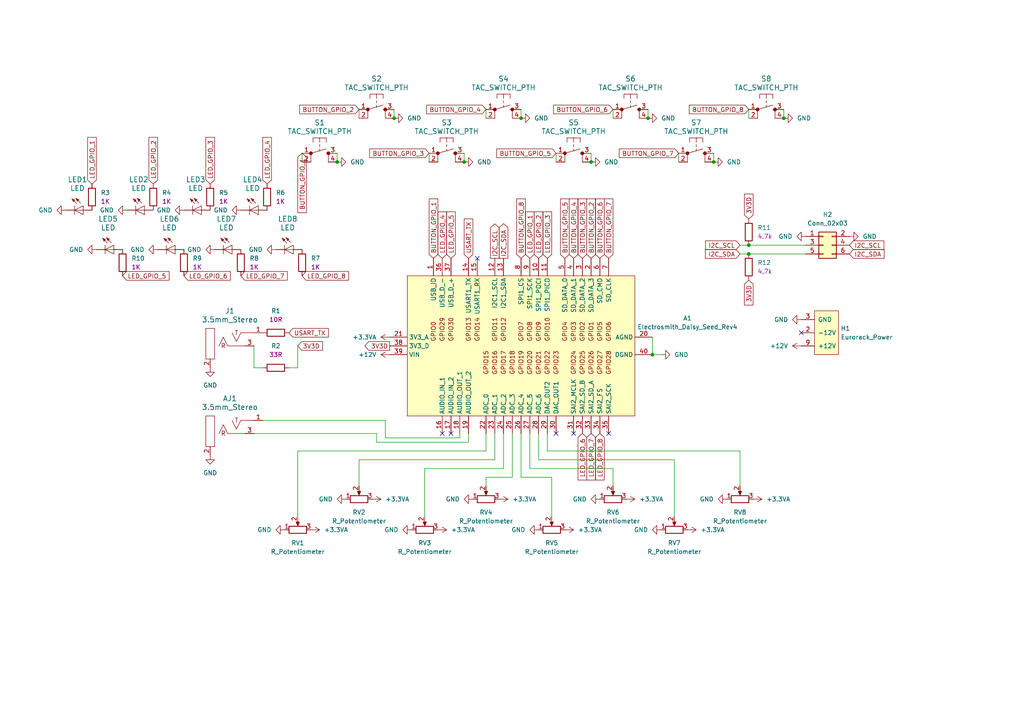
<source format=kicad_sch>
(kicad_sch (version 20230121) (generator eeschema)
  (paper "A4")
  (lib_symbols
    (symbol "Device:R_Potentiometer" (pin_names (offset 1.016) hide)
      (property "Reference" "RV" (at -4.445 0 90))
      (property "Value" "R_Potentiometer" (at -2.54 0 90))
      (symbol "R_Potentiometer_0_1"
        (polyline (pts (xy 2.54 0) (xy 1.524 0)))
        (polyline (pts (xy 1.143 0) (xy 2.286 0.508) (xy 2.286 -0.508) (xy 1.143 0)) (fill (type outline)))
        (rectangle (start 1.016 2.54) (end -1.016 -2.54) (stroke (width 0.254)))
      )
      (symbol "R_Potentiometer_1_1"
        (pin passive line (at 0 3.81 270) (length 1.27) (name "1") (number "1"))
        (pin passive line (at 3.81 0 180) (length 1.27) (name "2") (number "2"))
        (pin passive line (at 0 -3.81 90) (length 1.27) (name "3") (number "3"))
      )
    )
    (symbol "ES_Daisy_Patch_SM_FB_Rev1-eagle-import:LED" (pin_names (offset 1.016))
      (property "Reference" "LED" (at 3.556 -4.572 90))
      (property "Value" "LED" (at 5.715 -4.572 90))
      (symbol "LED_1_0"
        (polyline (pts (xy -2.032 -0.762) (xy -3.429 -2.159)))
        (polyline (pts (xy -1.905 -1.905) (xy -3.302 -3.302)))
        (polyline (pts (xy 0 -2.54) (xy -1.27 -2.54)))
        (polyline (pts (xy 0 -2.54) (xy -1.27 0)))
        (polyline (pts (xy 0 0) (xy -1.27 0)))
        (polyline (pts (xy 0 0) (xy 0 -2.54)))
        (polyline (pts (xy 1.27 -2.54) (xy 0 -2.54)))
        (polyline (pts (xy 1.27 0) (xy 0 -2.54)))
        (polyline (pts (xy 1.27 0) (xy 0 0)))
        (polyline (pts (xy -3.429 -2.159) (xy -3.048 -1.27) (xy -2.54 -1.778)) (fill (type outline)))
        (polyline (pts (xy -3.302 -3.302) (xy -2.921 -2.413) (xy -2.413 -2.921)) (fill (type outline)))
        (pin passive line (at 0 2.54 270) (length 2.54) (name "A") (number "A"))
        (pin passive line (at 0 -5.08 90) (length 2.54) (name "C") (number "K"))
      )
    )
    (symbol "ES_Daisy_Patch_SM_FB_Rev1-eagle-import:TAC_SWITCH_PTH" (pin_names (offset 1.016))
      (property "Reference" "S" (at -2.54 6.35 0))
      (property "Value" "TAC_SWITCH_PTH" (at -2.54 -6.35 0))
      (symbol "TAC_SWITCH_PTH_1_0"
        (circle (center -2.54 0) (radius 0.127) (stroke (width 0.4064)))
        (polyline (pts (xy -2.54 -2.54) (xy -2.54 0)))
        (polyline (pts (xy -2.54 0) (xy 1.905 1.27)))
        (polyline (pts (xy -1.905 4.445) (xy -1.905 3.175)))
        (polyline (pts (xy 0 1.27) (xy 0 0.635)))
        (polyline (pts (xy 0 2.54) (xy 0 1.905)))
        (polyline (pts (xy 0 4.445) (xy -1.905 4.445)))
        (polyline (pts (xy 0 4.445) (xy 0 3.175)))
        (polyline (pts (xy 1.905 0) (xy 2.54 0)))
        (polyline (pts (xy 1.905 4.445) (xy 0 4.445)))
        (polyline (pts (xy 1.905 4.445) (xy 1.905 3.175)))
        (polyline (pts (xy 2.54 -2.54) (xy 2.54 0)))
        (circle (center 2.54 0) (radius 0.127) (stroke (width 0.4064)))
        (pin passive line (at -5.08 0 0) (length 2.54) (name "1") (number "1"))
        (pin passive line (at -5.08 -2.54 0) (length 2.54) (name "2") (number "2"))
        (pin passive line (at 5.08 0 180) (length 2.54) (name "3") (number "3"))
        (pin passive line (at 5.08 -2.54 180) (length 2.54) (name "4") (number "4"))
      )
    )
    (symbol "MCU_Module:Electrosmith_Daisy_Seed_Rev4"
      (property "Reference" "A" (at -20.32 34.29 0))
      (property "Value" "Electrosmith_Daisy_Seed_Rev4" (at 33.02 34.29 0))
      (symbol "Electrosmith_Daisy_Seed_Rev4_0_0"
        (text "GPIO0" (at 1.27 25.4 0) (effects (font (size 1.27 1.27)) (justify left)))
        (text "GPIO1" (at 1.27 -20.32 0) (effects (font (size 1.27 1.27)) (justify left)))
        (text "GPIO10" (at 1.27 -7.62 0) (effects (font (size 1.27 1.27)) (justify left)))
        (text "GPIO11" (at 1.27 7.62 0) (effects (font (size 1.27 1.27)) (justify left)))
        (text "GPIO12" (at 1.27 5.08 0) (effects (font (size 1.27 1.27)) (justify left)))
        (text "GPIO13" (at 1.27 15.24 0) (effects (font (size 1.27 1.27)) (justify left)))
        (text "GPIO14" (at 1.27 12.7 0) (effects (font (size 1.27 1.27)) (justify left)))
        (text "GPIO15" (at -1.27 10.16 0) (effects (font (size 1.27 1.27)) (justify right)))
        (text "GPIO16" (at -1.27 7.62 0) (effects (font (size 1.27 1.27)) (justify right)))
        (text "GPIO17" (at -1.27 5.08 0) (effects (font (size 1.27 1.27)) (justify right)))
        (text "GPIO18" (at -1.27 2.54 0) (effects (font (size 1.27 1.27)) (justify right)))
        (text "GPIO19" (at -1.27 0 0) (effects (font (size 1.27 1.27)) (justify right)))
        (text "GPIO2" (at 1.27 -17.78 0) (effects (font (size 1.27 1.27)) (justify left)))
        (text "GPIO20" (at -1.27 -2.54 0) (effects (font (size 1.27 1.27)) (justify right)))
        (text "GPIO21" (at -1.27 -5.08 0) (effects (font (size 1.27 1.27)) (justify right)))
        (text "GPIO22" (at -1.27 -7.62 0) (effects (font (size 1.27 1.27)) (justify right)))
        (text "GPIO23" (at -1.27 -10.16 0) (effects (font (size 1.27 1.27)) (justify right)))
        (text "GPIO24" (at -1.27 -15.24 0) (effects (font (size 1.27 1.27)) (justify right)))
        (text "GPIO25" (at -1.27 -17.78 0) (effects (font (size 1.27 1.27)) (justify right)))
        (text "GPIO26" (at -1.27 -20.32 0) (effects (font (size 1.27 1.27)) (justify right)))
        (text "GPIO27" (at -1.27 -22.86 0) (effects (font (size 1.27 1.27)) (justify right)))
        (text "GPIO28" (at -1.27 -25.4 0) (effects (font (size 1.27 1.27)) (justify right)))
        (text "GPIO29" (at 1.27 22.86 0) (effects (font (size 1.27 1.27)) (justify left)))
        (text "GPIO3" (at 1.27 -15.24 0) (effects (font (size 1.27 1.27)) (justify left)))
        (text "GPIO30" (at 1.27 20.32 0) (effects (font (size 1.27 1.27)) (justify left)))
        (text "GPIO4" (at 1.27 -12.7 0) (effects (font (size 1.27 1.27)) (justify left)))
        (text "GPIO5" (at 1.27 -22.86 0) (effects (font (size 1.27 1.27)) (justify left)))
        (text "GPIO6" (at 1.27 -25.4 0) (effects (font (size 1.27 1.27)) (justify left)))
        (text "GPIO7" (at 1.27 0 0) (effects (font (size 1.27 1.27)) (justify left)))
        (text "GPIO8" (at 1.27 -2.54 0) (effects (font (size 1.27 1.27)) (justify left)))
        (text "GPIO9" (at 1.27 -5.08 0) (effects (font (size 1.27 1.27)) (justify left)))
        (pin bidirectional line (at 25.4 25.4 180) (length 5.08) (name "USB_ID") (number "1"))
        (pin bidirectional line (at 25.4 -5.08 180) (length 5.08) (name "SPI1_POCI") (number "10"))
        (pin bidirectional line (at 25.4 -7.62 180) (length 5.08) (name "SPI1_PICO") (number "11"))
        (pin bidirectional line (at 25.4 7.62 180) (length 5.08) (name "I2C1_SCL") (number "12"))
        (pin bidirectional line (at 25.4 5.08 180) (length 5.08) (name "I2C1_SDA") (number "13"))
        (pin bidirectional line (at 25.4 15.24 180) (length 5.08) (name "USART1_TX") (number "14"))
        (pin bidirectional line (at 25.4 12.7 180) (length 5.08) (name "USART1_RX") (number "15"))
        (pin input line (at -25.4 22.86 0) (length 5.08) (name "AUDIO_IN_1") (number "16"))
        (pin input line (at -25.4 20.32 0) (length 5.08) (name "AUDIO_IN_2") (number "17"))
        (pin output line (at -25.4 17.78 0) (length 5.08) (name "AUDIO_OUT_1") (number "18"))
        (pin output line (at -25.4 15.24 0) (length 5.08) (name "AUDIO_OUT_2") (number "19"))
        (pin bidirectional line (at 25.4 -20.32 180) (length 5.08) (name "SD_DATA_3") (number "2"))
        (pin power_in line (at 2.54 -38.1 90) (length 5.08) (name "AGND") (number "20"))
        (pin power_out line (at 2.54 38.1 270) (length 5.08) (name "3V3_A") (number "21"))
        (pin bidirectional line (at -25.4 10.16 0) (length 5.08) (name "ADC_0") (number "22"))
        (pin bidirectional line (at -25.4 7.62 0) (length 5.08) (name "ADC_1") (number "23"))
        (pin bidirectional line (at -25.4 5.08 0) (length 5.08) (name "ADC_2") (number "24"))
        (pin bidirectional line (at -25.4 2.54 0) (length 5.08) (name "ADC_3") (number "25"))
        (pin bidirectional line (at -25.4 0 0) (length 5.08) (name "ADC_4") (number "26"))
        (pin bidirectional line (at -25.4 -2.54 0) (length 5.08) (name "ADC_5") (number "27"))
        (pin bidirectional line (at -25.4 -5.08 0) (length 5.08) (name "ADC_6") (number "28"))
        (pin bidirectional line (at -25.4 -7.62 0) (length 5.08) (name "DAC_OUT2") (number "29"))
        (pin bidirectional line (at 25.4 -17.78 180) (length 5.08) (name "SD_DATA_2") (number "3"))
        (pin bidirectional line (at -25.4 -10.16 0) (length 5.08) (name "DAC_OUT1") (number "30"))
        (pin bidirectional line (at -25.4 -15.24 0) (length 5.08) (name "SAI2_MCLK") (number "31"))
        (pin bidirectional line (at -25.4 -17.78 0) (length 5.08) (name "SAI2_SD_B") (number "32"))
        (pin bidirectional line (at -25.4 -20.32 0) (length 5.08) (name "SAI2_SD_A") (number "33"))
        (pin bidirectional line (at -25.4 -22.86 0) (length 5.08) (name "SAI2_FS") (number "34"))
        (pin bidirectional line (at -25.4 -25.4 0) (length 5.08) (name "SAI2_SCK") (number "35"))
        (pin bidirectional line (at 25.4 22.86 180) (length 5.08) (name "USB_D_-") (number "36"))
        (pin bidirectional line (at 25.4 20.32 180) (length 5.08) (name "USB_D_+") (number "37"))
        (pin power_out line (at 0 38.1 270) (length 5.08) (name "3V3_D") (number "38"))
        (pin power_in line (at -2.54 38.1 270) (length 5.08) (name "VIN") (number "39"))
        (pin bidirectional line (at 25.4 -15.24 180) (length 5.08) (name "SD_DATA_1") (number "4"))
        (pin power_in line (at -2.54 -38.1 90) (length 5.08) (name "DGND") (number "40"))
        (pin bidirectional line (at 25.4 -12.7 180) (length 5.08) (name "SD_DATA_0") (number "5"))
        (pin bidirectional line (at 25.4 -22.86 180) (length 5.08) (name "SD_CMD") (number "6"))
        (pin bidirectional line (at 25.4 -25.4 180) (length 5.08) (name "SD_CLK") (number "7"))
        (pin bidirectional line (at 25.4 0 180) (length 5.08) (name "SPI1_CS") (number "8"))
        (pin bidirectional line (at 25.4 -2.54 180) (length 5.08) (name "SPI1_SCK") (number "9"))
      )
      (symbol "Electrosmith_Daisy_Seed_Rev4_0_1"
        (rectangle (start -20.32 33.02) (end 20.32 -33.02) (fill (type background)))
      )
    )
    (symbol "PCM_4ms_Connector:Conn_02x03" (pin_names (offset 0.0254) hide)
      (property "Reference" "J" (at 0 5.08 0))
      (property "Value" "Conn_02x03" (at 0 7.62 0))
      (symbol "Conn_02x03_0_1"
        (rectangle (start -2.54 -2.413) (end -1.27 -2.667) (stroke (width 0.1524)))
        (rectangle (start -2.54 0.127) (end -1.27 -0.127) (stroke (width 0.1524)))
        (rectangle (start -2.54 2.667) (end -1.27 2.413) (stroke (width 0.1524)))
        (rectangle (start -2.54 3.81) (end 2.54 -3.81) (stroke (width 0.254)) (fill (type background)))
        (rectangle (start 1.27 -2.413) (end 2.54 -2.667) (stroke (width 0.1524)))
        (rectangle (start 1.27 0.127) (end 2.54 -0.127) (stroke (width 0.1524)))
        (rectangle (start 1.27 2.667) (end 2.54 2.413) (stroke (width 0.1524)))
      )
      (symbol "Conn_02x03_1_1"
        (pin passive line (at -6.35 2.54 0) (length 3.81) (name "+12V") (number "1"))
        (pin passive line (at 6.35 2.54 180) (length 3.81) (name "+12V") (number "2"))
        (pin passive line (at -6.35 0 0) (length 3.81) (name "GND") (number "3"))
        (pin passive line (at 6.35 0 180) (length 3.81) (name "GND") (number "4"))
        (pin passive line (at -6.35 -2.54 0) (length 3.81) (name "GND") (number "5"))
        (pin passive line (at 6.35 -2.54 180) (length 3.81) (name "GND") (number "6"))
      )
    )
    (symbol "PCM_4ms_Jack:3.5mm_Stereo" (pin_names (offset 0) hide)
      (property "Reference" "J" (at -6.35 -7.62 0))
      (property "Value" "3.5mm_Stereo" (at 6.35 6.604 0))
      (symbol "3.5mm_Stereo_0_0"
        (rectangle (start -6.35 5.08) (end -3.81 -3.81))
        (polyline (pts (xy 1.27 3.81) (xy 2.54 1.27) (xy 3.81 3.81) (xy 7.62 3.81)))
        (text "R" (at -1.27 0 0) (effects (font (size 1.27 1.27))))
        (text "T" (at 2.54 3.81 0) (effects (font (size 1.27 1.27))))
      )
      (symbol "3.5mm_Stereo_0_1"
        (polyline (pts (xy 5.08 0) (xy 0 0) (xy -1.27 2.54) (xy -2.54 0)))
      )
      (symbol "3.5mm_Stereo_1_1"
        (pin passive line (at 10.16 3.81 180) (length 2.54) (name "SIG") (number "1"))
        (pin passive line (at -5.08 -6.35 90) (length 2.54) (name "SHEILD") (number "2"))
        (pin passive line (at 7.62 0 180) (length 2.54) (name "SW") (number "3"))
      )
    )
    (symbol "PCM_4ms_Resistor:10R_0603" (pin_numbers hide) (pin_names (offset 0))
      (property "Reference" "R" (at 2.032 0 90))
      (property "Display" "10R" (at 3.81 0 90))
      (symbol "10R_0603_0_1"
        (rectangle (start -1.016 -2.54) (end 1.016 2.54) (stroke (width 0.254)))
      )
      (symbol "10R_0603_1_1"
        (pin passive line (at 0 3.81 270) (length 1.27) (name "~") (number "1"))
        (pin passive line (at 0 -3.81 90) (length 1.27) (name "~") (number "2"))
      )
    )
    (symbol "PCM_4ms_Resistor:1k_0603" (pin_numbers hide) (pin_names (offset 0))
      (property "Reference" "R" (at 2.032 0 90))
      (property "Display" "1k" (at 3.81 0 90))
      (symbol "1k_0603_0_1"
        (rectangle (start -1.016 -2.54) (end 1.016 2.54) (stroke (width 0.254)))
      )
      (symbol "1k_0603_1_1"
        (pin passive line (at 0 3.81 270) (length 1.27) (name "~") (number "1"))
        (pin passive line (at 0 -3.81 90) (length 1.27) (name "~") (number "2"))
      )
    )
    (symbol "PCM_4ms_Resistor:4.7k_0603" (pin_numbers hide) (pin_names (offset 0))
      (property "Reference" "R" (at 2.032 0 90))
      (property "Display" "4.7k" (at 3.81 0 90))
      (symbol "4.7k_0603_0_1"
        (rectangle (start -1.016 -2.54) (end 1.016 2.54) (stroke (width 0.254)))
      )
      (symbol "4.7k_0603_1_1"
        (pin passive line (at 0 3.81 270) (length 1.27) (name "~") (number "1"))
        (pin passive line (at 0 -3.81 90) (length 1.27) (name "~") (number "2"))
      )
    )
    (symbol "power:+12V" (power) (pin_names (offset 0))
      (property "Value" "+12V" (at 0 3.556 0))
      (symbol "+12V_0_1"
        (polyline (pts (xy -0.762 1.27) (xy 0 2.54)))
        (polyline (pts (xy 0 0) (xy 0 2.54)))
        (polyline (pts (xy 0 2.54) (xy 0.762 1.27)))
      )
      (symbol "+12V_1_1"
        (pin power_in line (at 0 0 90) (length 0) hide (name "+12V") (number "1"))
      )
    )
    (symbol "power:+3.3VA" (power) (pin_names (offset 0))
      (property "Value" "+3.3VA" (at 0 3.556 0))
      (symbol "+3.3VA_0_1"
        (polyline (pts (xy -0.762 1.27) (xy 0 2.54)))
        (polyline (pts (xy 0 0) (xy 0 2.54)))
        (polyline (pts (xy 0 2.54) (xy 0.762 1.27)))
      )
      (symbol "+3.3VA_1_1"
        (pin power_in line (at 0 0 90) (length 0) hide (name "+3.3VA") (number "1"))
      )
    )
    (symbol "power:GND" (power) (pin_names (offset 0))
      (property "Value" "GND" (at 0 -3.81 0))
      (symbol "GND_0_1"
        (polyline (pts (xy 0 0) (xy 0 -1.27) (xy 1.27 -1.27) (xy 0 -2.54) (xy -1.27 -1.27) (xy 0 -1.27)))
      )
      (symbol "GND_1_1"
        (pin power_in line (at 0 0 270) (length 0) hide (name "GND") (number "1"))
      )
    )
    (symbol "winterbloom:Eurorack_Power" (pin_names (offset 1.016))
      (property "Reference" "J" (at -0.635 7.62 0))
      (property "Value" "Eurorack_Power" (at 0 -7.62 0))
      (symbol "Eurorack_Power_0_1"
        (rectangle (start -3.175 6.35) (end 3.81 -6.35) (fill (type background)))
      )
      (symbol "Eurorack_Power_1_1"
        (pin power_out line (at 7.62 0 180) (length 3.81) hide (name "-12V") (number "1"))
        (pin passive line (at 7.62 3.81 180) (length 3.81) hide (name "+12V") (number "10"))
        (pin passive line (at 7.62 0 180) (length 3.81) (name "-12V") (number "2"))
        (pin power_out line (at 7.62 -3.81 180) (length 3.81) (name "GND") (number "3"))
        (pin passive line (at 7.62 -3.81 180) (length 3.81) hide (name "GND") (number "4"))
        (pin passive line (at 7.62 -3.81 180) (length 3.81) hide (name "GND") (number "5"))
        (pin passive line (at 7.62 -3.81 180) (length 3.81) hide (name "GND") (number "6"))
        (pin passive line (at 7.62 -3.81 180) (length 3.81) hide (name "GND") (number "7"))
        (pin passive line (at 7.62 -3.81 180) (length 3.81) hide (name "GND") (number "8"))
        (pin power_out line (at 7.62 3.81 180) (length 3.81) (name "+12V") (number "9"))
      )
    )
  )
  (junction (at 217.17 73.66))
  (junction (at 187.96 34.29))
  (junction (at 207.01 46.99))
  (junction (at 151.13 34.29))
  (junction (at 114.3 34.29))
  (junction (at 134.62 46.99))
  (junction (at 217.17 71.12))
  (junction (at 97.79 46.99))
  (junction (at 227.33 34.29))
  (junction (at 189.23 102.87))
  (junction (at 171.45 46.99))
  (no_connect (at 166.37 125.73))
  (no_connect (at 161.29 125.73))
  (no_connect (at 138.43 74.93))
  (no_connect (at 128.27 125.73))
  (no_connect (at 176.53 125.73))
  (no_connect (at 232.41 96.52))
  (no_connect (at 130.81 125.73))
  (wire (pts (xy 87.63 44.45) (xy 87.63 46.99)))
  (wire (pts (xy 158.75 130.81) (xy 158.75 125.73)))
  (wire (pts (xy 86.36 106.68) (xy 86.36 100.33)))
  (wire (pts (xy 143.51 133.35) (xy 143.51 125.73)))
  (wire (pts (xy 97.79 44.45) (xy 97.79 46.99)))
  (wire (pts (xy 133.35 127) (xy 133.35 125.73)))
  (wire (pts (xy 111.76 121.92) (xy 111.76 127)))
  (wire (pts (xy 214.63 140.97) (xy 214.63 130.81)))
  (wire (pts (xy 86.36 149.86) (xy 86.36 130.81)))
  (wire (pts (xy 146.05 135.89) (xy 146.05 125.73)))
  (wire (pts (xy 196.85 44.45) (xy 196.85 46.99)))
  (wire (pts (xy 214.63 130.81) (xy 158.75 130.81)))
  (wire (pts (xy 187.96 31.75) (xy 187.96 34.29)))
  (wire (pts (xy 123.19 135.89) (xy 146.05 135.89)))
  (wire (pts (xy 124.46 44.45) (xy 124.46 46.99)))
  (wire (pts (xy 177.8 31.75) (xy 177.8 34.29)))
  (wire (pts (xy 191.77 102.87) (xy 189.23 102.87)))
  (wire (pts (xy 161.29 44.45) (xy 161.29 46.99)))
  (wire (pts (xy 104.14 140.97) (xy 104.14 133.35)))
  (wire (pts (xy 227.33 31.75) (xy 227.33 34.29)))
  (wire (pts (xy 114.3 31.75) (xy 114.3 34.29)))
  (wire (pts (xy 140.97 130.81) (xy 140.97 125.73)))
  (wire (pts (xy 160.02 149.86) (xy 160.02 138.43)))
  (wire (pts (xy 195.58 149.86) (xy 195.58 133.35)))
  (wire (pts (xy 111.76 127) (xy 133.35 127)))
  (wire (pts (xy 171.45 44.45) (xy 171.45 46.99)))
  (wire (pts (xy 76.2 121.92) (xy 111.76 121.92)))
  (wire (pts (xy 123.19 149.86) (xy 123.19 135.89)))
  (wire (pts (xy 76.2 106.68) (xy 73.66 106.68)))
  (wire (pts (xy 217.17 73.66) (xy 233.68 73.66)))
  (wire (pts (xy 160.02 138.43) (xy 151.13 138.43)))
  (wire (pts (xy 109.22 125.73) (xy 109.22 128.27)))
  (wire (pts (xy 140.97 31.75) (xy 140.97 34.29)))
  (wire (pts (xy 73.66 106.68) (xy 73.66 100.33)))
  (wire (pts (xy 177.8 140.97) (xy 177.8 135.89)))
  (wire (pts (xy 189.23 97.79) (xy 189.23 102.87)))
  (wire (pts (xy 153.67 135.89) (xy 153.67 125.73)))
  (wire (pts (xy 214.63 73.66) (xy 217.17 73.66)))
  (wire (pts (xy 86.36 130.81) (xy 140.97 130.81)))
  (wire (pts (xy 73.66 125.73) (xy 109.22 125.73)))
  (wire (pts (xy 151.13 31.75) (xy 151.13 34.29)))
  (wire (pts (xy 177.8 135.89) (xy 153.67 135.89)))
  (wire (pts (xy 156.21 133.35) (xy 156.21 125.73)))
  (wire (pts (xy 135.89 125.73) (xy 135.89 128.27)))
  (wire (pts (xy 217.17 31.75) (xy 217.17 34.29)))
  (wire (pts (xy 109.22 128.27) (xy 135.89 128.27)))
  (wire (pts (xy 104.14 31.75) (xy 104.14 34.29)))
  (wire (pts (xy 148.59 138.43) (xy 148.59 125.73)))
  (wire (pts (xy 195.58 133.35) (xy 156.21 133.35)))
  (wire (pts (xy 140.97 140.97) (xy 140.97 138.43)))
  (wire (pts (xy 134.62 44.45) (xy 134.62 46.99)))
  (wire (pts (xy 217.17 71.12) (xy 233.68 71.12)))
  (wire (pts (xy 207.01 44.45) (xy 207.01 46.99)))
  (wire (pts (xy 151.13 138.43) (xy 151.13 125.73)))
  (wire (pts (xy 140.97 138.43) (xy 148.59 138.43)))
  (wire (pts (xy 104.14 133.35) (xy 143.51 133.35)))
  (wire (pts (xy 214.63 71.12) (xy 217.17 71.12)))
  (wire (pts (xy 83.82 106.68) (xy 86.36 106.68)))
  (global_label "BUTTON_GPIO_7" (shape input) (at 196.85 44.45 180) (property "Intersheetrefs" "${INTERSHEET_REFS}" (effects hide)))
  (global_label "BUTTON_GPIO_1" (shape input) (at 125.73 74.93 90) (property "Intersheetrefs" "${INTERSHEET_REFS}" (effects hide)))
  (global_label "I2C_SDA" (shape output) (at 146.05 74.93 90) (property "Intersheetrefs" "${INTERSHEET_REFS}" (effects hide)))
  (global_label "LED_GPIO_4" (shape input) (at 128.27 74.93 90) (property "Intersheetrefs" "${INTERSHEET_REFS}" (effects hide)))
  (global_label "LED_GPIO_6" (shape input) (at 53.34 80.01 0) (property "Intersheetrefs" "${INTERSHEET_REFS}" (effects hide)))
  (global_label "BUTTON_GPIO_1" (shape input) (at 87.63 44.45 270) (property "Intersheetrefs" "${INTERSHEET_REFS}" (effects hide)))
  (global_label "I2C_SCL" (shape input) (at 214.63 71.12 180) (property "Intersheetrefs" "${INTERSHEET_REFS}" (effects hide)))
  (global_label "BUTTON_GPIO_6" (shape input) (at 173.99 74.93 90) (property "Intersheetrefs" "${INTERSHEET_REFS}" (effects hide)))
  (global_label "BUTTON_GPIO_5" (shape input) (at 163.83 74.93 90) (property "Intersheetrefs" "${INTERSHEET_REFS}" (effects hide)))
  (global_label "LED_GPIO_4" (shape input) (at 77.47 53.34 90) (property "Intersheetrefs" "${INTERSHEET_REFS}" (effects hide)))
  (global_label "LED_GPIO_5" (shape input) (at 35.56 80.01 0) (property "Intersheetrefs" "${INTERSHEET_REFS}" (effects hide)))
  (global_label "LED_GPIO_1" (shape input) (at 26.67 53.34 90) (property "Intersheetrefs" "${INTERSHEET_REFS}" (effects hide)))
  (global_label "BUTTON_GPIO_6" (shape input) (at 177.8 31.75 180) (property "Intersheetrefs" "${INTERSHEET_REFS}" (effects hide)))
  (global_label "I2C_SCL" (shape output) (at 143.51 74.93 90) (property "Intersheetrefs" "${INTERSHEET_REFS}" (effects hide)))
  (global_label "BUTTON_GPIO_2" (shape input) (at 171.45 74.93 90) (property "Intersheetrefs" "${INTERSHEET_REFS}" (effects hide)))
  (global_label "LED_GPIO_3" (shape input) (at 158.75 74.93 90) (property "Intersheetrefs" "${INTERSHEET_REFS}" (effects hide)))
  (global_label "LED_GPIO_2" (shape input) (at 156.21 74.93 90) (property "Intersheetrefs" "${INTERSHEET_REFS}" (effects hide)))
  (global_label "BUTTON_GPIO_2" (shape input) (at 104.14 31.75 180) (property "Intersheetrefs" "${INTERSHEET_REFS}" (effects hide)))
  (global_label "3V3D" (shape output) (at 113.03 100.33 180) (property "Intersheetrefs" "${INTERSHEET_REFS}" (effects hide)))
  (global_label "I2C_SDA" (shape input) (at 246.38 73.66 0) (property "Intersheetrefs" "${INTERSHEET_REFS}" (effects hide)))
  (global_label "LED_GPIO_8" (shape input) (at 87.63 80.01 0) (property "Intersheetrefs" "${INTERSHEET_REFS}" (effects hide)))
  (global_label "BUTTON_GPIO_3" (shape input) (at 168.91 74.93 90) (property "Intersheetrefs" "${INTERSHEET_REFS}" (effects hide)))
  (global_label "BUTTON_GPIO_8" (shape input) (at 217.17 31.75 180) (property "Intersheetrefs" "${INTERSHEET_REFS}" (effects hide)))
  (global_label "BUTTON_GPIO_7" (shape input) (at 176.53 74.93 90) (property "Intersheetrefs" "${INTERSHEET_REFS}" (effects hide)))
  (global_label "LED_GPIO_8" (shape input) (at 173.99 125.73 270) (property "Intersheetrefs" "${INTERSHEET_REFS}" (effects hide)))
  (global_label "LED_GPIO_7" (shape input) (at 171.45 125.73 270) (property "Intersheetrefs" "${INTERSHEET_REFS}" (effects hide)))
  (global_label "LED_GPIO_7" (shape input) (at 69.85 80.01 0) (property "Intersheetrefs" "${INTERSHEET_REFS}" (effects hide)))
  (global_label "USART_TX" (shape input) (at 83.82 96.52 0) (property "Intersheetrefs" "${INTERSHEET_REFS}" (effects hide)))
  (global_label "3V3D" (shape input) (at 217.17 81.28 270) (property "Intersheetrefs" "${INTERSHEET_REFS}" (effects hide)))
  (global_label "USART_TX" (shape input) (at 135.89 74.93 90) (property "Intersheetrefs" "${INTERSHEET_REFS}" (effects hide)))
  (global_label "I2C_SCL" (shape input) (at 246.38 71.12 0) (property "Intersheetrefs" "${INTERSHEET_REFS}" (effects hide)))
  (global_label "3V3D" (shape input) (at 86.36 100.33 0) (property "Intersheetrefs" "${INTERSHEET_REFS}" (effects hide)))
  (global_label "BUTTON_GPIO_4" (shape input) (at 166.37 74.93 90) (property "Intersheetrefs" "${INTERSHEET_REFS}" (effects hide)))
  (global_label "3V3D" (shape input) (at 217.17 63.5 90) (property "Intersheetrefs" "${INTERSHEET_REFS}" (effects hide)))
  (global_label "LED_GPIO_6" (shape input) (at 168.91 125.73 270) (property "Intersheetrefs" "${INTERSHEET_REFS}" (effects hide)))
  (global_label "LED_GPIO_2" (shape input) (at 44.45 53.34 90) (property "Intersheetrefs" "${INTERSHEET_REFS}" (effects hide)))
  (global_label "BUTTON_GPIO_8" (shape input) (at 151.13 74.93 90) (property "Intersheetrefs" "${INTERSHEET_REFS}" (effects hide)))
  (global_label "I2C_SDA" (shape input) (at 214.63 73.66 180) (property "Intersheetrefs" "${INTERSHEET_REFS}" (effects hide)))
  (global_label "BUTTON_GPIO_5" (shape input) (at 161.29 44.45 180) (property "Intersheetrefs" "${INTERSHEET_REFS}" (effects hide)))
  (global_label "LED_GPIO_1" (shape input) (at 153.67 74.93 90) (property "Intersheetrefs" "${INTERSHEET_REFS}" (effects hide)))
  (global_label "LED_GPIO_3" (shape input) (at 60.96 53.34 90) (property "Intersheetrefs" "${INTERSHEET_REFS}" (effects hide)))
  (global_label "BUTTON_GPIO_4" (shape input) (at 140.97 31.75 180) (property "Intersheetrefs" "${INTERSHEET_REFS}" (effects hide)))
  (global_label "BUTTON_GPIO_3" (shape input) (at 124.46 44.45 180) (property "Intersheetrefs" "${INTERSHEET_REFS}" (effects hide)))
  (global_label "LED_GPIO_5" (shape input) (at 130.81 74.93 90) (property "Intersheetrefs" "${INTERSHEET_REFS}" (effects hide)))
  (symbol (lib_id "ES_Daisy_Patch_SM_FB_Rev1-eagle-import:TAC_SWITCH_PTH") (at 166.37 44.45 0) (unit 1)
    (property "Reference" "S5" (at 166.37 35.56 0) (effects (font (size 1.4986 1.4986))))
    (property "Value" "TAC_SWITCH_PTH" (at 166.37 38.1 0) (effects (font (size 1.4986 1.4986))))
    (property "Footprint" "ES_Daisy_Patch_SM_FB_Rev1:TL1105SPF250Q_SILK" (effects hide))
  )
  (symbol (lib_id "ES_Daisy_Patch_SM_FB_Rev1-eagle-import:TAC_SWITCH_PTH") (at 201.93 44.45 0) (unit 1)
    (property "Reference" "S7" (at 201.93 35.56 0) (effects (font (size 1.4986 1.4986))))
    (property "Value" "TAC_SWITCH_PTH" (at 201.93 38.1 0) (effects (font (size 1.4986 1.4986))))
    (property "Footprint" "ES_Daisy_Patch_SM_FB_Rev1:TL1105SPF250Q_SILK" (effects hide))
  )
  (symbol (lib_id "ES_Daisy_Patch_SM_FB_Rev1-eagle-import:LED") (at 50.8 72.39 270) (unit 1)
    (property "Reference" "LED6" (at 49.149 63.5 90) (effects (font (size 1.4986 1.4986))))
    (property "Value" "LED" (at 49.149 66.04 90) (effects (font (size 1.4986 1.4986))))
    (property "Footprint" "ES_Daisy_Patch_SM_FB_Rev1:LED" (effects hide))
  )
  (symbol (lib_id "ES_Daisy_Patch_SM_FB_Rev1-eagle-import:TAC_SWITCH_PTH") (at 222.25 31.75 0) (unit 1)
    (property "Reference" "S8" (at 222.25 22.86 0) (effects (font (size 1.4986 1.4986))))
    (property "Value" "TAC_SWITCH_PTH" (at 222.25 25.4 0) (effects (font (size 1.4986 1.4986))))
    (property "Footprint" "ES_Daisy_Patch_SM_FB_Rev1:TL1105SPF250Q_SILK" (effects hide))
  )
  (symbol (lib_id "power:GND") (at 173.99 144.78 270) (unit 1)
    (property "Reference" "#PWR07" (effects hide))
    (property "Value" "GND" (at 170.18 144.78 90) (effects (justify right)))
  )
  (symbol (lib_id "power:GND") (at 80.01 72.39 270) (unit 1)
    (property "Reference" "#PWR035" (effects hide))
    (property "Value" "GND" (at 76.2 72.39 90) (effects (justify right)))
  )
  (symbol (lib_id "ES_Daisy_Patch_SM_FB_Rev1-eagle-import:LED") (at 24.13 60.96 270) (unit 1)
    (property "Reference" "LED1" (at 22.479 52.07 90) (effects (font (size 1.4986 1.4986))))
    (property "Value" "LED" (at 22.479 54.61 90) (effects (font (size 1.4986 1.4986))))
    (property "Footprint" "ES_Daisy_Patch_SM_FB_Rev1:LED" (effects hide))
  )
  (symbol (lib_id "ES_Daisy_Patch_SM_FB_Rev1-eagle-import:TAC_SWITCH_PTH") (at 92.71 44.45 0) (unit 1)
    (property "Reference" "S1" (at 92.71 35.56 0) (effects (font (size 1.4986 1.4986))))
    (property "Value" "TAC_SWITCH_PTH" (at 92.71 38.1 0) (effects (font (size 1.4986 1.4986))))
    (property "Footprint" "ES_Daisy_Patch_SM_FB_Rev1:TL1105SPF250Q_SILK" (effects hide))
  )
  (symbol (lib_id "Device:R_Potentiometer") (at 177.8 144.78 90) (unit 1)
    (property "Reference" "RV6" (at 177.8 148.59 90))
    (property "Value" "R_Potentiometer" (at 177.8 151.13 90))
    (property "Footprint" "lichen-faderbank:Potentiometer_Bourns_PTA6043_Single_Slide_Centered" (effects hide))
  )
  (symbol (lib_id "power:GND") (at 36.83 60.96 270) (unit 1)
    (property "Reference" "#PWR032" (effects hide))
    (property "Value" "GND" (at 33.02 60.96 90) (effects (justify right)))
  )
  (symbol (lib_id "power:+3.3VA") (at 90.17 153.67 270) (unit 1)
    (property "Reference" "#PWR010" (effects hide))
    (property "Value" "+3.3VA" (at 93.98 153.67 90) (effects (justify left)))
  )
  (symbol (lib_id "PCM_4ms_Resistor:1k_0603") (at 26.67 57.15 0) (unit 1)
    (property "Reference" "R3" (at 29.21 55.88 0) (effects (justify left)))
    (property "Value" "1K_0603" (effects hide))
    (property "Footprint" "PCM_4ms_Resistor:R_0603" (effects hide))
    (property "Specifications" "1K, 1%, 1/10W, 0603" (effects hide))
    (property "Manufacturer" "UNI-ROYAL" (effects hide))
    (property "Part Number" "0603WAF1001T5E" (effects hide))
    (property "Display" "1K" (at 29.21 58.42 0) (effects (justify left)))
    (property "LCSC" "C21190" (effects hide))
  )
  (symbol (lib_id "power:+12V") (at 232.41 100.33 90) (unit 1)
    (property "Reference" "#PWR020" (effects hide))
    (property "Value" "+12V" (at 228.6 100.33 90) (effects (justify left)))
  )
  (symbol (lib_id "power:GND") (at 27.94 72.39 270) (unit 1)
    (property "Reference" "#PWR038" (effects hide))
    (property "Value" "GND" (at 24.13 72.39 90) (effects (justify right)))
  )
  (symbol (lib_id "power:+3.3VA") (at 144.78 144.78 270) (unit 1)
    (property "Reference" "#PWR013" (effects hide))
    (property "Value" "+3.3VA" (at 148.59 144.78 90) (effects (justify left)))
  )
  (symbol (lib_id "PCM_4ms_Jack:3.5mm_Stereo") (at 66.04 100.33 0) (unit 1)
    (property "Reference" "J1" (at 66.675 90.17 0) (effects (font (size 1.524 1.524))))
    (property "Value" "3.5mm_Stereo" (at 66.675 92.71 0) (effects (font (size 1.524 1.524))))
    (property "Footprint" "PCM_4ms_Jack:EighthInch_Stereo_PJ366ST" (effects hide))
    (property "Specifications" "Audio 3.5mm Jack, Stereo, PC-pin Vertical" (effects hide))
    (property "Manufacturer" "Wenzhou QingPu Electronics Co" (effects hide))
    (property "Part Number" "WQP-WQP419GR" (effects hide))
  )
  (symbol (lib_id "PCM_4ms_Resistor:10R_0603") (at 80.01 106.68 90) (unit 1)
    (property "Reference" "R2" (at 80.01 100.33 90))
    (property "Value" "33R_0603" (effects hide))
    (property "Footprint" "PCM_4ms_Resistor:R_0603" (effects hide))
    (property "Specifications" "33R, 1%, 1/10W, 0603" (effects hide))
    (property "Manufacturer" "UNI-ROYAL" (effects hide))
    (property "Part Number" "0603WAF330JT5E" (effects hide))
    (property "Display" "33R" (at 80.01 102.87 90))
    (property "LCSC" "C23140" (effects hide))
  )
  (symbol (lib_id "power:+3.3VA") (at 113.03 97.79 90) (unit 1)
    (property "Reference" "#PWR01" (effects hide))
    (property "Value" "+3.3VA" (at 109.22 97.79 90) (effects (justify left)))
  )
  (symbol (lib_id "power:GND") (at 191.77 102.87 90) (unit 1)
    (property "Reference" "#PWR018" (effects hide))
    (property "Value" "GND" (at 195.58 102.87 90) (effects (justify right)))
  )
  (symbol (lib_id "PCM_4ms_Resistor:1k_0603") (at 60.96 57.15 0) (unit 1)
    (property "Reference" "R5" (at 63.5 55.88 0) (effects (justify left)))
    (property "Value" "1K_0603" (effects hide))
    (property "Footprint" "PCM_4ms_Resistor:R_0603" (effects hide))
    (property "Specifications" "1K, 1%, 1/10W, 0603" (effects hide))
    (property "Manufacturer" "UNI-ROYAL" (effects hide))
    (property "Part Number" "0603WAF1001T5E" (effects hide))
    (property "Display" "1K" (at 63.5 58.42 0) (effects (justify left)))
    (property "LCSC" "C21190" (effects hide))
  )
  (symbol (lib_id "power:GND") (at 60.96 132.08 0) (unit 1)
    (property "Reference" "#PWR039" (effects hide))
    (property "Value" "GND" (at 60.96 137.16 0))
  )
  (symbol (lib_id "PCM_4ms_Resistor:1k_0603") (at 69.85 76.2 0) (unit 1)
    (property "Reference" "R8" (at 72.39 74.93 0) (effects (justify left)))
    (property "Value" "1K_0603" (effects hide))
    (property "Footprint" "PCM_4ms_Resistor:R_0603" (effects hide))
    (property "Specifications" "1K, 5%, 1/10W, 0603" (effects hide))
    (property "Manufacturer" "UNI-ROYAL" (effects hide))
    (property "Part Number" "0603WAF1001T5E" (effects hide))
    (property "Display" "1K" (at 72.39 77.47 0) (effects (justify left)))
    (property "LCSC" "C21190" (effects hide))
  )
  (symbol (lib_id "power:GND") (at 19.05 60.96 270) (unit 1)
    (property "Reference" "#PWR031" (effects hide))
    (property "Value" "GND" (at 15.24 60.96 90) (effects (justify right)))
  )
  (symbol (lib_id "power:GND") (at 232.41 92.71 270) (unit 1)
    (property "Reference" "#PWR021" (effects hide))
    (property "Value" "GND" (at 228.6 92.71 90) (effects (justify right)))
  )
  (symbol (lib_id "PCM_4ms_Resistor:4.7k_0603") (at 217.17 77.47 0) (unit 1)
    (property "Reference" "R12" (at 219.71 76.2 0) (effects (justify left)))
    (property "Value" "4.7k_0603" (effects hide))
    (property "Footprint" "PCM_4ms_Resistor:R_0603" (effects hide))
    (property "Specifications" "4k7, 1%, 1/10W, 0603" (effects hide))
    (property "Manufacturer" "UNI-ROYAL" (effects hide))
    (property "Part Number" "0603WAF4701T5E" (effects hide))
    (property "Display" "4.7k" (at 219.71 78.74 0) (effects (justify left)))
    (property "LCSC" "C23162" (effects hide))
  )
  (symbol (lib_id "power:GND") (at 227.33 34.29 90) (unit 1)
    (property "Reference" "#PWR030" (effects hide))
    (property "Value" "GND" (at 231.14 34.29 90) (effects (justify right)))
  )
  (symbol (lib_id "Device:R_Potentiometer") (at 140.97 144.78 90) (unit 1)
    (property "Reference" "RV4" (at 140.97 148.59 90))
    (property "Value" "R_Potentiometer" (at 140.97 151.13 90))
    (property "Footprint" "lichen-faderbank:Potentiometer_Bourns_PTA6043_Single_Slide_Centered" (effects hide))
  )
  (symbol (lib_id "power:GND") (at 151.13 34.29 90) (unit 1)
    (property "Reference" "#PWR026" (effects hide))
    (property "Value" "GND" (at 154.94 34.29 90) (effects (justify right)))
  )
  (symbol (lib_id "power:GND") (at 62.23 72.39 270) (unit 1)
    (property "Reference" "#PWR036" (effects hide))
    (property "Value" "GND" (at 58.42 72.39 90) (effects (justify right)))
  )
  (symbol (lib_id "winterbloom:Eurorack_Power") (at 240.03 96.52 180) (unit 1)
    (property "Reference" "H1" (at 243.84 95.25 0) (effects (justify right)))
    (property "Value" "Eurorack_Power" (at 243.84 97.79 0) (effects (justify right)))
    (property "Footprint" "winterbloom:Eurorack_Power_2x5_Shrouded_Lock" (effects hide))
    (property "Datasheet" "https://static6.arrow.com/aropdfconversion/1507f1621f4e67855dd466ebb3ac550d52564a9d/32302-sxx1.pdf" (effects hide))
    (property "MPN" "302-S101" (effects hide))
  )
  (symbol (lib_id "Device:R_Potentiometer") (at 86.36 153.67 90) (unit 1)
    (property "Reference" "RV1" (at 86.36 157.48 90))
    (property "Value" "R_Potentiometer" (at 86.36 160.02 90))
    (property "Footprint" "lichen-faderbank:Potentiometer_Bourns_PTA6043_Single_Slide_Centered" (effects hide))
  )
  (symbol (lib_id "PCM_4ms_Resistor:1k_0603") (at 35.56 76.2 0) (unit 1)
    (property "Reference" "R10" (at 38.1 74.93 0) (effects (justify left)))
    (property "Value" "1K_0603" (effects hide))
    (property "Footprint" "PCM_4ms_Resistor:R_0603" (effects hide))
    (property "Specifications" "1K, 5%, 1/10W, 0603" (effects hide))
    (property "Manufacturer" "UNI-ROYAL" (effects hide))
    (property "Part Number" "0603WAF1001T5E" (effects hide))
    (property "Display" "1K" (at 38.1 77.47 0) (effects (justify left)))
    (property "LCSC" "C21190" (effects hide))
  )
  (symbol (lib_id "power:GND") (at 156.21 153.67 270) (unit 1)
    (property "Reference" "#PWR06" (effects hide))
    (property "Value" "GND" (at 152.4 153.67 90) (effects (justify right)))
  )
  (symbol (lib_id "ES_Daisy_Patch_SM_FB_Rev1-eagle-import:LED") (at 85.09 72.39 270) (unit 1)
    (property "Reference" "LED8" (at 83.439 63.5 90) (effects (font (size 1.4986 1.4986))))
    (property "Value" "LED" (at 83.439 66.04 90) (effects (font (size 1.4986 1.4986))))
    (property "Footprint" "ES_Daisy_Patch_SM_FB_Rev1:LED" (effects hide))
  )
  (symbol (lib_id "Device:R_Potentiometer") (at 160.02 153.67 90) (unit 1)
    (property "Reference" "RV5" (at 160.02 157.48 90))
    (property "Value" "R_Potentiometer" (at 160.02 160.02 90))
    (property "Footprint" "lichen-faderbank:Potentiometer_Bourns_PTA6043_Single_Slide_Centered" (effects hide))
  )
  (symbol (lib_id "ES_Daisy_Patch_SM_FB_Rev1-eagle-import:TAC_SWITCH_PTH") (at 129.54 44.45 0) (unit 1)
    (property "Reference" "S3" (at 129.54 35.56 0) (effects (font (size 1.4986 1.4986))))
    (property "Value" "TAC_SWITCH_PTH" (at 129.54 38.1 0) (effects (font (size 1.4986 1.4986))))
    (property "Footprint" "ES_Daisy_Patch_SM_FB_Rev1:TL1105SPF250Q_SILK" (effects hide))
  )
  (symbol (lib_id "ES_Daisy_Patch_SM_FB_Rev1-eagle-import:TAC_SWITCH_PTH") (at 146.05 31.75 0) (unit 1)
    (property "Reference" "S4" (at 146.05 22.86 0) (effects (font (size 1.4986 1.4986))))
    (property "Value" "TAC_SWITCH_PTH" (at 146.05 25.4 0) (effects (font (size 1.4986 1.4986))))
    (property "Footprint" "ES_Daisy_Patch_SM_FB_Rev1:TL1105SPF250Q_SILK" (effects hide))
  )
  (symbol (lib_id "ES_Daisy_Patch_SM_FB_Rev1-eagle-import:LED") (at 41.91 60.96 270) (unit 1)
    (property "Reference" "LED2" (at 40.259 52.07 90) (effects (font (size 1.4986 1.4986))))
    (property "Value" "LED" (at 40.259 54.61 90) (effects (font (size 1.4986 1.4986))))
    (property "Footprint" "ES_Daisy_Patch_SM_FB_Rev1:LED" (effects hide))
  )
  (symbol (lib_id "power:GND") (at 137.16 144.78 270) (unit 1)
    (property "Reference" "#PWR05" (effects hide))
    (property "Value" "GND" (at 133.35 144.78 90) (effects (justify right)))
  )
  (symbol (lib_id "Device:R_Potentiometer") (at 104.14 144.78 90) (unit 1)
    (property "Reference" "RV2" (at 104.14 148.59 90))
    (property "Value" "R_Potentiometer" (at 104.14 151.13 90))
    (property "Footprint" "lichen-faderbank:Potentiometer_Bourns_PTA6043_Single_Slide_Centered" (effects hide))
  )
  (symbol (lib_id "Device:R_Potentiometer") (at 123.19 153.67 90) (unit 1)
    (property "Reference" "RV3" (at 123.19 157.48 90))
    (property "Value" "R_Potentiometer" (at 123.19 160.02 90))
    (property "Footprint" "lichen-faderbank:Potentiometer_Bourns_PTA6043_Single_Slide_Centered" (effects hide))
  )
  (symbol (lib_id "PCM_4ms_Resistor:4.7k_0603") (at 217.17 67.31 0) (unit 1)
    (property "Reference" "R11" (at 219.71 66.04 0) (effects (justify left)))
    (property "Value" "4.7k_0603" (effects hide))
    (property "Footprint" "PCM_4ms_Resistor:R_0603" (effects hide))
    (property "Specifications" "4k7, 1%, 1/10W, 0603" (effects hide))
    (property "Manufacturer" "UNI-ROYAL" (effects hide))
    (property "Part Number" "0603WAF4701T5E" (effects hide))
    (property "Display" "4.7k" (at 219.71 68.58 0) (effects (justify left)))
    (property "LCSC" "C23162" (effects hide))
  )
  (symbol (lib_id "power:GND") (at 191.77 153.67 270) (unit 1)
    (property "Reference" "#PWR08" (effects hide))
    (property "Value" "GND" (at 187.96 153.67 90) (effects (justify right)))
  )
  (symbol (lib_id "power:GND") (at 119.38 153.67 270) (unit 1)
    (property "Reference" "#PWR04" (effects hide))
    (property "Value" "GND" (at 115.57 153.67 90) (effects (justify right)))
  )
  (symbol (lib_id "Device:R_Potentiometer") (at 214.63 144.78 90) (unit 1)
    (property "Reference" "RV8" (at 214.63 148.59 90))
    (property "Value" "R_Potentiometer" (at 214.63 151.13 90))
    (property "Footprint" "lichen-faderbank:Potentiometer_Bourns_PTA6043_Single_Slide_Centered" (effects hide))
  )
  (symbol (lib_id "PCM_4ms_Resistor:1k_0603") (at 87.63 76.2 0) (unit 1)
    (property "Reference" "R7" (at 90.17 74.93 0) (effects (justify left)))
    (property "Value" "1K_0603" (effects hide))
    (property "Footprint" "PCM_4ms_Resistor:R_0603" (effects hide))
    (property "Specifications" "1K, 5%, 1/10W, 0603" (effects hide))
    (property "Manufacturer" "UNI-ROYAL" (effects hide))
    (property "Part Number" "0603WAF1001T5E" (effects hide))
    (property "Display" "1K" (at 90.17 77.47 0) (effects (justify left)))
    (property "LCSC" "C21190" (effects hide))
  )
  (symbol (lib_id "power:GND") (at 207.01 46.99 90) (unit 1)
    (property "Reference" "#PWR029" (effects hide))
    (property "Value" "GND" (at 210.82 46.99 90) (effects (justify right)))
  )
  (symbol (lib_id "power:+3.3VA") (at 107.95 144.78 270) (unit 1)
    (property "Reference" "#PWR011" (effects hide))
    (property "Value" "+3.3VA" (at 111.76 144.78 90) (effects (justify left)))
  )
  (symbol (lib_id "power:GND") (at 53.34 60.96 270) (unit 1)
    (property "Reference" "#PWR033" (effects hide))
    (property "Value" "GND" (at 49.53 60.96 90) (effects (justify right)))
  )
  (symbol (lib_id "PCM_4ms_Resistor:10R_0603") (at 80.01 96.52 90) (unit 1)
    (property "Reference" "R1" (at 80.01 90.17 90))
    (property "Value" "10R_0603" (effects hide))
    (property "Footprint" "PCM_4ms_Resistor:R_0603" (effects hide))
    (property "Specifications" "10R, 1%, 1/10W, 0603" (effects hide))
    (property "Manufacturer" "UNI-ROYAL" (effects hide))
    (property "Part Number" "0603WAF100JT5E" (effects hide))
    (property "Display" "10R" (at 80.01 92.71 90))
    (property "LCSC" "C22859" (effects hide))
  )
  (symbol (lib_id "power:+3.3VA") (at 163.83 153.67 270) (unit 1)
    (property "Reference" "#PWR014" (effects hide))
    (property "Value" "+3.3VA" (at 167.64 153.67 90) (effects (justify left)))
  )
  (symbol (lib_id "ES_Daisy_Patch_SM_FB_Rev1-eagle-import:TAC_SWITCH_PTH") (at 109.22 31.75 0) (unit 1)
    (property "Reference" "S2" (at 109.22 22.86 0) (effects (font (size 1.4986 1.4986))))
    (property "Value" "TAC_SWITCH_PTH" (at 109.22 25.4 0) (effects (font (size 1.4986 1.4986))))
    (property "Footprint" "ES_Daisy_Patch_SM_FB_Rev1:TL1105SPF250Q_SILK" (effects hide))
  )
  (symbol (lib_id "Device:R_Potentiometer") (at 195.58 153.67 90) (unit 1)
    (property "Reference" "RV7" (at 195.58 157.48 90))
    (property "Value" "R_Potentiometer" (at 195.58 160.02 90))
    (property "Footprint" "lichen-faderbank:Potentiometer_Bourns_PTA6043_Single_Slide_Centered" (effects hide))
  )
  (symbol (lib_id "ES_Daisy_Patch_SM_FB_Rev1-eagle-import:LED") (at 58.42 60.96 270) (unit 1)
    (property "Reference" "LED3" (at 56.769 52.07 90) (effects (font (size 1.4986 1.4986))))
    (property "Value" "LED" (at 56.769 54.61 90) (effects (font (size 1.4986 1.4986))))
    (property "Footprint" "ES_Daisy_Patch_SM_FB_Rev1:LED" (effects hide))
  )
  (symbol (lib_id "PCM_4ms_Jack:3.5mm_Stereo") (at 66.04 125.73 0) (unit 1)
    (property "Reference" "AJ1" (at 66.675 115.57 0) (effects (font (size 1.524 1.524))))
    (property "Value" "3.5mm_Stereo" (at 66.675 118.11 0) (effects (font (size 1.524 1.524))))
    (property "Footprint" "PCM_4ms_Jack:EighthInch_Stereo_PJ366ST" (effects hide))
    (property "Specifications" "Audio 3.5mm Jack, Stereo, PC-pin Vertical" (effects hide))
    (property "Manufacturer" "Wenzhou QingPu Electronics Co" (effects hide))
    (property "Part Number" "WQP-WQP419GR" (effects hide))
  )
  (symbol (lib_id "power:+3.3VA") (at 127 153.67 270) (unit 1)
    (property "Reference" "#PWR012" (effects hide))
    (property "Value" "+3.3VA" (at 130.81 153.67 90) (effects (justify left)))
  )
  (symbol (lib_id "ES_Daisy_Patch_SM_FB_Rev1-eagle-import:LED") (at 74.93 60.96 270) (unit 1)
    (property "Reference" "LED4" (at 73.279 52.07 90) (effects (font (size 1.4986 1.4986))))
    (property "Value" "LED" (at 73.279 54.61 90) (effects (font (size 1.4986 1.4986))))
    (property "Footprint" "ES_Daisy_Patch_SM_FB_Rev1:LED" (effects hide))
  )
  (symbol (lib_id "power:+3.3VA") (at 218.44 144.78 270) (unit 1)
    (property "Reference" "#PWR017" (effects hide))
    (property "Value" "+3.3VA" (at 222.25 144.78 90) (effects (justify left)))
  )
  (symbol (lib_id "PCM_4ms_Resistor:1k_0603") (at 77.47 57.15 0) (unit 1)
    (property "Reference" "R6" (at 80.01 55.88 0) (effects (justify left)))
    (property "Value" "1K_0603" (effects hide))
    (property "Footprint" "PCM_4ms_Resistor:R_0603" (effects hide))
    (property "Specifications" "1K, 5%, 1/10W, 0603" (effects hide))
    (property "Manufacturer" "UNI-ROYAL" (effects hide))
    (property "Part Number" "0603WAF1001T5E" (effects hide))
    (property "Display" "1K" (at 80.01 58.42 0) (effects (justify left)))
    (property "LCSC" "C21190" (effects hide))
  )
  (symbol (lib_id "power:GND") (at 100.33 144.78 270) (unit 1)
    (property "Reference" "#PWR03" (effects hide))
    (property "Value" "GND" (at 96.52 144.78 90) (effects (justify right)))
  )
  (symbol (lib_id "PCM_4ms_Connector:Conn_02x03") (at 240.03 71.12 0) (unit 1)
    (property "Reference" "H2" (at 240.03 62.23 0))
    (property "Value" "Conn_02x03" (at 240.03 64.77 0))
    (property "Footprint" "PCM_4ms_Connector:Pins_2x03_2.54mm_TH" (effects hide))
    (property "Specifications" "HEADER 2x3 MALE PINS 0.100” 180deg" (effects hide))
    (property "Manufacturer" "Cixi Langlin" (effects hide))
    (property "Part Number" "LL1009-2A, 2.54MM 2*3PIN HEADER,LENGTH=20MM" (effects hide))
  )
  (symbol (lib_id "power:GND") (at 171.45 46.99 90) (unit 1)
    (property "Reference" "#PWR027" (effects hide))
    (property "Value" "GND" (at 175.26 46.99 90) (effects (justify right)))
  )
  (symbol (lib_id "PCM_4ms_Resistor:1k_0603") (at 53.34 76.2 0) (unit 1)
    (property "Reference" "R9" (at 55.88 74.93 0) (effects (justify left)))
    (property "Value" "1K_0603" (effects hide))
    (property "Footprint" "PCM_4ms_Resistor:R_0603" (effects hide))
    (property "Specifications" "1K, 5%, 1/10W, 0603" (effects hide))
    (property "Manufacturer" "UNI-ROYAL" (effects hide))
    (property "Part Number" "0603WAF1001T5E" (effects hide))
    (property "Display" "1K" (at 55.88 77.47 0) (effects (justify left)))
    (property "LCSC" "C21190" (effects hide))
  )
  (symbol (lib_id "MCU_Module:Electrosmith_Daisy_Seed_Rev4") (at 151.13 100.33 90) (unit 1)
    (property "Reference" "A1" (at 199.39 92.2939 90))
    (property "Value" "Electrosmith_Daisy_Seed_Rev4" (at 199.39 94.8339 90))
    (property "Footprint" "Module:Electrosmith_Daisy_Seed" (effects hide))
    (property "Datasheet" "https://static1.squarespace.com/static/58d03fdc1b10e3bf442567b8/t/6227e6236f02fb68d1577146/1646781988478/Daisy_Seed_datasheet_v1.0.3.pdf" (effects hide))
  )
  (symbol (lib_id "power:GND") (at 246.38 68.58 90) (unit 1)
    (property "Reference" "#PWR041" (effects hide))
    (property "Value" "GND" (at 250.19 68.58 90) (effects (justify right)))
  )
  (symbol (lib_id "power:GND") (at 114.3 34.29 90) (unit 1)
    (property "Reference" "#PWR024" (effects hide))
    (property "Value" "GND" (at 118.11 34.29 90) (effects (justify right)))
  )
  (symbol (lib_id "power:+3.3VA") (at 181.61 144.78 270) (unit 1)
    (property "Reference" "#PWR015" (effects hide))
    (property "Value" "+3.3VA" (at 185.42 144.78 90) (effects (justify left)))
  )
  (symbol (lib_id "ES_Daisy_Patch_SM_FB_Rev1-eagle-import:LED") (at 33.02 72.39 270) (unit 1)
    (property "Reference" "LED5" (at 31.369 63.5 90) (effects (font (size 1.4986 1.4986))))
    (property "Value" "LED" (at 31.369 66.04 90) (effects (font (size 1.4986 1.4986))))
    (property "Footprint" "ES_Daisy_Patch_SM_FB_Rev1:LED" (effects hide))
  )
  (symbol (lib_id "power:GND") (at 69.85 60.96 270) (unit 1)
    (property "Reference" "#PWR034" (effects hide))
    (property "Value" "GND" (at 66.04 60.96 90) (effects (justify right)))
  )
  (symbol (lib_id "power:GND") (at 187.96 34.29 90) (unit 1)
    (property "Reference" "#PWR028" (effects hide))
    (property "Value" "GND" (at 191.77 34.29 90) (effects (justify right)))
  )
  (symbol (lib_id "power:GND") (at 60.96 106.68 0) (unit 1)
    (property "Reference" "#PWR019" (effects hide))
    (property "Value" "GND" (at 60.96 111.76 0))
  )
  (symbol (lib_id "power:GND") (at 134.62 46.99 90) (unit 1)
    (property "Reference" "#PWR025" (effects hide))
    (property "Value" "GND" (at 138.43 46.99 90) (effects (justify right)))
  )
  (symbol (lib_id "power:GND") (at 210.82 144.78 270) (unit 1)
    (property "Reference" "#PWR09" (effects hide))
    (property "Value" "GND" (at 207.01 144.78 90) (effects (justify right)))
  )
  (symbol (lib_id "power:GND") (at 97.79 46.99 90) (unit 1)
    (property "Reference" "#PWR023" (effects hide))
    (property "Value" "GND" (at 101.6 46.99 90) (effects (justify right)))
  )
  (symbol (lib_id "PCM_4ms_Resistor:1k_0603") (at 44.45 57.15 0) (unit 1)
    (property "Reference" "R4" (at 46.99 55.88 0) (effects (justify left)))
    (property "Value" "1K_0603" (effects hide))
    (property "Footprint" "PCM_4ms_Resistor:R_0603" (effects hide))
    (property "Specifications" "1K, 1%, 1/10W, 0603" (effects hide))
    (property "Manufacturer" "UNI-ROYAL" (effects hide))
    (property "Part Number" "0603WAF1001T5E" (effects hide))
    (property "Display" "1K" (at 46.99 58.42 0) (effects (justify left)))
    (property "LCSC" "C21190" (effects hide))
  )
  (symbol (lib_id "ES_Daisy_Patch_SM_FB_Rev1-eagle-import:LED") (at 67.31 72.39 270) (unit 1)
    (property "Reference" "LED7" (at 65.659 63.5 90) (effects (font (size 1.4986 1.4986))))
    (property "Value" "LED" (at 65.659 66.04 90) (effects (font (size 1.4986 1.4986))))
    (property "Footprint" "ES_Daisy_Patch_SM_FB_Rev1:LED" (effects hide))
  )
  (symbol (lib_id "power:GND") (at 82.55 153.67 270) (unit 1)
    (property "Reference" "#PWR02" (effects hide))
    (property "Value" "GND" (at 78.74 153.67 90) (effects (justify right)))
  )
  (symbol (lib_id "ES_Daisy_Patch_SM_FB_Rev1-eagle-import:TAC_SWITCH_PTH") (at 182.88 31.75 0) (unit 1)
    (property "Reference" "S6" (at 182.88 22.86 0) (effects (font (size 1.4986 1.4986))))
    (property "Value" "TAC_SWITCH_PTH" (at 182.88 25.4 0) (effects (font (size 1.4986 1.4986))))
    (property "Footprint" "ES_Daisy_Patch_SM_FB_Rev1:TL1105SPF250Q_SILK" (effects hide))
  )
  (symbol (lib_id "power:+12V") (at 113.03 102.87 90) (unit 1)
    (property "Reference" "#PWR022" (effects hide))
    (property "Value" "+12V" (at 109.22 102.87 90) (effects (justify left)))
  )
  (symbol (lib_id "power:GND") (at 45.72 72.39 270) (unit 1)
    (property "Reference" "#PWR037" (effects hide))
    (property "Value" "GND" (at 41.91 72.39 90) (effects (justify right)))
  )
  (symbol (lib_id "power:GND") (at 233.68 68.58 270) (unit 1)
    (property "Reference" "#PWR040" (effects hide))
    (property "Value" "GND" (at 229.87 68.58 90) (effects (justify right)))
  )
  (symbol (lib_id "power:+3.3VA") (at 199.39 153.67 270) (unit 1)
    (property "Reference" "#PWR016" (effects hide))
    (property "Value" "+3.3VA" (at 203.2 153.67 90) (effects (justify left)))
  )
)
</source>
